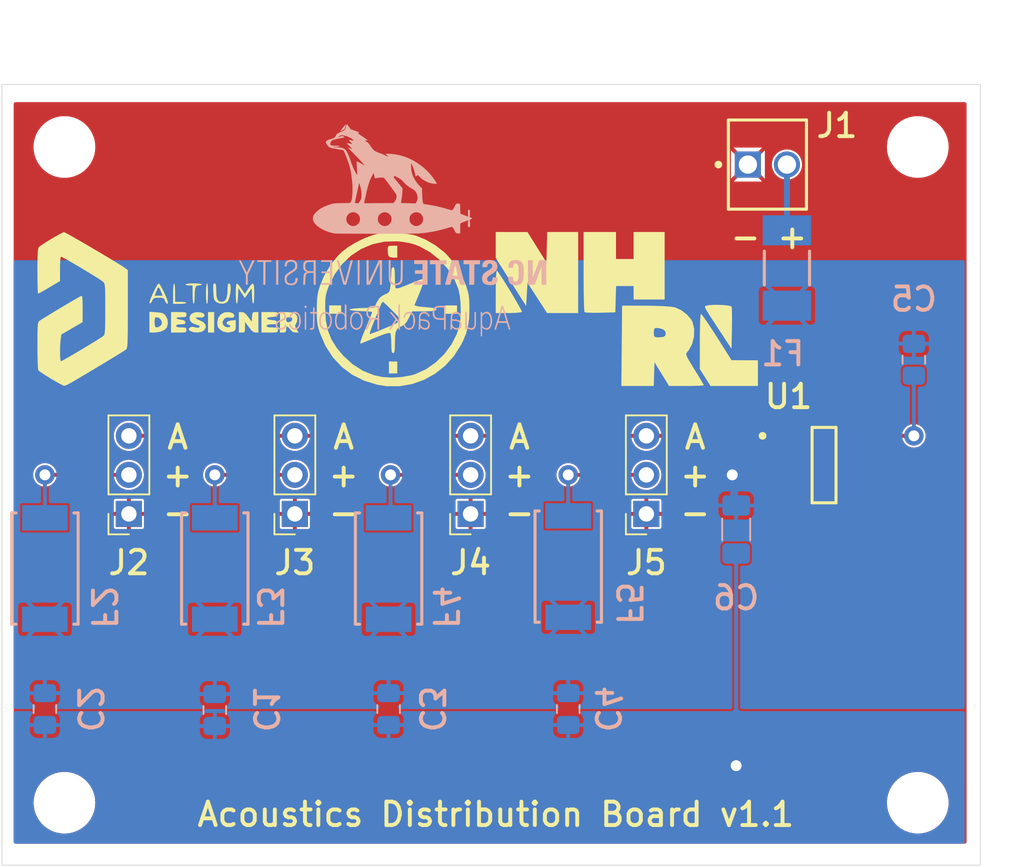
<source format=kicad_pcb>
(kicad_pcb (version 20221018) (generator pcbnew)
  (layers (0 "F.Cu" signal) (31 "B.Cu" signal) (34 "B.Paste" user) (35 "F.Paste" user) (36 "B.SilkS" user "B.Silkscreen") (37 "F.SilkS" user "F.Silkscreen") (38 "B.Mask" user) (39 "F.Mask" user) (44 "Edge.Cuts" user))
  (property "SHEETTOTAL" "1")
  (net 0 "")
  (net 1 "GND")
  (net 2 "/VCC")
  (net 3 "/NR")
  (net 4 "Net-(F1-Pad1)")
  (net 5 "Net-(J2-Pin_2)")
  (net 6 "Net-(J3-Pin_2)")
  (net 7 "Net-(J4-Pin_2)")
  (net 8 "Net-(J5-Pin_2)")
  (net 9 "/AGND")
  (footprint "Connector_PinSocket_2.54mm:PinSocket_1x03_P2.54mm_Vertical" (layer "F.Cu") (at 124.9426 107.5436 180)
    (fp_text reference "J2" (at 0 -3.175 180) (layer "F.SilkS") (effects (font (size 1.524 1.524) (thickness 0.254) bold)))
    (fp_text value "Conn_01x03" hide)
    (pad "1" thru_hole rect (at 0 0 180) (size 1.7 1.7) (drill 1) (layers "*.Cu" "*.Mask") (net 1 "GND"))
    (pad "2" thru_hole oval (at 0 2.54 180) (size 1.7 1.7) (drill 1) (layers "*.Cu" "*.Mask") (net 5 "Net-(J2-Pin_2)"))
    (pad "3" thru_hole oval (at 0 5.08 180) (size 1.7 1.7) (drill 1) (layers "*.Cu" "*.Mask") (net 9 "/AGND"))
  )
  (footprint "AltiumImport:MOLX-22-27-2021_V" (layer "F.Cu") (at 166.4716 84.8106)
    (fp_text reference "J1" (at 3.04833 -1.65125 unlocked) (layer "F.SilkS") (effects (font (size 1.524 1.524) (thickness 0.254)) (justify left bottom)))
    (fp_text value "22-27-2021" hide)
    (pad "1" thru_hole rect (at -1.27 0 180) (size 1.7 1.7) (drill 1.19) (layers "*.Cu" "*.Mask") (net 1 "GND"))
    (pad "2" thru_hole circle (at 1.27 0 180) (size 1.7 1.7) (drill 1.19) (layers "*.Cu" "*.Mask") (net 4 "Net-(F1-Pad1)"))
  )
  (footprint "Connector_PinSocket_2.54mm:PinSocket_1x03_P2.54mm_Vertical" (layer "F.Cu") (at 135.7376 107.5436 180)
    (fp_text reference "J3" (at 0 -3.175 180) (layer "F.SilkS") (effects (font (size 1.524 1.524) (thickness 0.254) bold)))
    (fp_text value "Conn_01x03" hide)
    (pad "1" thru_hole rect (at 0 0 180) (size 1.7 1.7) (drill 1) (layers "*.Cu" "*.Mask") (net 1 "GND"))
    (pad "2" thru_hole oval (at 0 2.54 180) (size 1.7 1.7) (drill 1) (layers "*.Cu" "*.Mask") (net 6 "Net-(J3-Pin_2)"))
    (pad "3" thru_hole oval (at 0 5.08 180) (size 1.7 1.7) (drill 1) (layers "*.Cu" "*.Mask") (net 9 "/AGND"))
  )
  (footprint "LOGO" (layer "F.Cu") (at 142.0876 94.2086)
    (fp_text reference "G***" hide)
    (fp_text value "LOGO" hide)
  )
  (footprint "MountingHole:MountingHole_3.5mm" (layer "F.Cu") (at 176.2506 83.6676)
    (fp_text reference "" hide)
    (fp_text value "MountingHole_3.5mm" hide)
    (pad "" np_thru_hole circle (at 0 0) (size 3.5 3.5) (drill 3.5) (layers "*.Cu" "*.Mask"))
  )
  (footprint "MountingHole:MountingHole_3.5mm" (layer "F.Cu") (at 176.2506 126.3396)
    (fp_text reference "" hide)
    (fp_text value "MountingHole_3.5mm" hide)
    (pad "" np_thru_hole circle (at 0 0) (size 3.5 3.5) (drill 3.5) (layers "*.Cu" "*.Mask"))
  )
  (footprint "MountingHole:MountingHole_3.5mm" (layer "F.Cu") (at 120.7516 83.6676)
    (fp_text reference "" hide)
    (fp_text value "MountingHole_3.5mm" hide)
    (pad "" np_thru_hole circle (at 0 0) (size 3.5 3.5) (drill 3.5) (layers "*.Cu" "*.Mask"))
  )
  (footprint "LOGO" (layer "F.Cu") (at 127.4826 94.2086)
    (fp_text reference "G***" hide)
    (fp_text value "LOGO" hide)
  )
  (footprint "Connector_PinSocket_2.54mm:PinSocket_1x03_P2.54mm_Vertical" (layer "F.Cu") (at 158.5976 107.5436 180)
    (fp_text reference "J5" (at 0 -3.175 180) (layer "F.SilkS") (effects (font (size 1.524 1.524) (thickness 0.254) bold)))
    (fp_text value "Conn_01x03" hide)
    (pad "1" thru_hole rect (at 0 0 180) (size 1.7 1.7) (drill 1) (layers "*.Cu" "*.Mask") (net 1 "GND"))
    (pad "2" thru_hole oval (at 0 2.54 180) (size 1.7 1.7) (drill 1) (layers "*.Cu" "*.Mask") (net 8 "Net-(J5-Pin_2)"))
    (pad "3" thru_hole oval (at 0 5.08 180) (size 1.7 1.7) (drill 1) (layers "*.Cu" "*.Mask") (net 9 "/AGND"))
  )
  (footprint "Connector_PinSocket_2.54mm:PinSocket_1x03_P2.54mm_Vertical" (layer "F.Cu") (at 147.1676 107.5436 180)
    (fp_text reference "J4" (at 0 -3.175 180) (layer "F.SilkS") (effects (font (size 1.524 1.524) (thickness 0.254) bold)))
    (fp_text value "Conn_01x03" hide)
    (pad "1" thru_hole rect (at 0 0 180) (size 1.7 1.7) (drill 1) (layers "*.Cu" "*.Mask") (net 1 "GND"))
    (pad "2" thru_hole oval (at 0 2.54 180) (size 1.7 1.7) (drill 1) (layers "*.Cu" "*.Mask") (net 7 "Net-(J4-Pin_2)"))
    (pad "3" thru_hole oval (at 0 5.08 180) (size 1.7 1.7) (drill 1) (layers "*.Cu" "*.Mask") (net 9 "/AGND"))
  )
  (footprint "MountingHole:MountingHole_3.5mm" (layer "F.Cu") (at 120.7516 126.3396)
    (fp_text reference "" hide)
    (fp_text value "MountingHole_3.5mm" hide)
    (pad "" np_thru_hole circle (at 0 0) (size 3.5 3.5) (drill 3.5) (layers "*.Cu" "*.Mask"))
  )
  (footprint "LOGO" (layer "F.Cu") (at 157.3276 94.2086)
    (fp_text reference "G***" hide)
    (fp_text value "LOGO" hide)
  )
  (footprint "AltiumImport:FP-D0008A-IPC_B" (layer "F.Cu") (at 170.1546 104.3686)
    (fp_text reference "U1" (at -4.0005 -3.5687 unlocked) (layer "F.SilkS") (effects (font (size 1.524 1.524) (thickness 0.254)) (justify left bottom)))
    (fp_text value "TLE2426CDR" hide)
    (pad "1" smd rect (at -2.3636 -1.905) (size 2.16916 0.58213) (layers "F.Cu" "F.Paste" "F.Mask") (net 9 "/AGND"))
    (pad "2" smd roundrect (at -2.3636 -0.635) (size 2.16916 0.58213) (layers "F.Cu" "F.Paste" "F.Mask") (roundrect_rratio 0.5) (net 1 "GND"))
    (pad "3" smd roundrect (at -2.3636 0.635) (size 2.16916 0.58213) (layers "F.Cu" "F.Paste" "F.Mask") (roundrect_rratio 0.5) (net 2 "/VCC"))
    (pad "4" smd roundrect (at -2.3636 1.905) (size 2.16916 0.58213) (layers "F.Cu" "F.Paste" "F.Mask") (roundrect_rratio 0.5))
    (pad "5" smd roundrect (at 2.3636 1.905) (size 2.16916 0.58213) (layers "F.Cu" "F.Paste" "F.Mask") (roundrect_rratio 0.5))
    (pad "6" smd roundrect (at 2.3636 0.635) (size 2.16916 0.58213) (layers "F.Cu" "F.Paste" "F.Mask") (roundrect_rratio 0.5))
    (pad "7" smd roundrect (at 2.3636 -0.635) (size 2.16916 0.58213) (layers "F.Cu" "F.Paste" "F.Mask") (roundrect_rratio 0.5))
    (pad "8" smd roundrect (at 2.3636 -1.905) (size 2.16916 0.58213) (layers "F.Cu" "F.Paste" "F.Mask") (roundrect_rratio 0.5) (net 3 "/NR"))
  )
  (footprint "AltiumImport:LFUS-459_V" (layer "B.Cu") (at 141.8336 111.0996 90)
    (fp_text reference "F4" (at -4.064 2.794 270 unlocked) (layer "B.SilkS") (effects (font (size 1.524 1.524) (thickness 0.254)) (justify left bottom mirror)))
    (fp_text value "0.25A" hide)
    (pad "1" smd rect (at -3.3 0 270) (size 1.65 2.97) (layers "B.Cu" "B.Paste" "B.Mask") (net 2 "/VCC"))
    (pad "2" smd rect (at 3.3 0 270) (size 1.65 2.97) (layers "B.Cu" "B.Paste" "B.Mask") (net 7 "Net-(J4-Pin_2)"))
  )
  (footprint "Capacitor_SMD:C_0805_2012Metric_Pad1.18x1.45mm_HandSolder" (layer "B.Cu") (at 141.8336 120.2436 90)
    (fp_text reference "C3" (at 0 2.794 270 unlocked) (layer "B.SilkS") (effects (font (size 1.524 1.524) (thickness 0.254) bold) (justify mirror)))
    (fp_text value "1uF")
    (pad "1" smd roundrect (at -1.0375 0 90) (size 1.175 1.45) (layers "B.Cu" "B.Paste" "B.Mask") (roundrect_rratio 0.212766) (net 1 "GND"))
    (pad "2" smd roundrect (at 1.0375 0 90) (size 1.175 1.45) (layers "B.Cu" "B.Paste" "B.Mask") (roundrect_rratio 0.212766) (net 2 "/VCC"))
  )
  (footprint "Capacitor_SMD:C_1206_3216Metric_Pad1.33x1.80mm_HandSolder" (layer "B.Cu") (at 164.4396 108.5596 -90)
    (fp_text reference "C6" (at 4.445 0) (layer "B.SilkS") (effects (font (size 1.524 1.524) (thickness 0.254) bold) (justify mirror)))
    (fp_text value "1uF")
    (pad "1" smd roundrect (at -1.5625 0 270) (size 1.325 1.8) (layers "B.Cu" "B.Paste" "B.Mask") (roundrect_rratio 0.188679) (net 2 "/VCC"))
    (pad "2" smd roundrect (at 1.5625 0 270) (size 1.325 1.8) (layers "B.Cu" "B.Paste" "B.Mask") (roundrect_rratio 0.188679) (net 1 "GND"))
  )
  (footprint "Capacitor_SMD:C_0805_2012Metric_Pad1.18x1.45mm_HandSolder" (layer "B.Cu") (at 175.9966 97.5106 90)
    (fp_text reference "C5" (at 3.937 0) (layer "B.SilkS") (effects (font (size 1.524 1.524) (thickness 0.254) bold) (justify mirror)))
    (fp_text value "100nF")
    (pad "1" smd roundrect (at -1.0375 0 90) (size 1.175 1.45) (layers "B.Cu" "B.Paste" "B.Mask") (roundrect_rratio 0.212766) (net 3 "/NR"))
    (pad "2" smd roundrect (at 1.0375 0 90) (size 1.175 1.45) (layers "B.Cu" "B.Paste" "B.Mask") (roundrect_rratio 0.212766) (net 2 "/VCC"))
  )
  (footprint "AltiumImport:FP-0452-MFG" (layer "B.Cu") (at 167.7416 91.5416 -90)
    (fp_text reference "F1" (at 6.477 -1.27 unlocked) (layer "B.SilkS") (effects (font (size 1.524 1.524) (thickness 0.254)) (justify left bottom mirror)))
    (fp_text value "1.5A" hide)
    (pad "1" smd rect (at -2.4511 0 90) (size 1.9558 3.1496) (layers "B.Cu" "B.Paste" "B.Mask") (net 4 "Net-(F1-Pad1)"))
    (pad "2" smd rect (at 2.4511 0 90) (size 1.9558 3.1496) (layers "B.Cu" "B.Paste" "B.Mask") (net 2 "/VCC"))
  )
  (footprint "Capacitor_SMD:C_0805_2012Metric_Pad1.18x1.45mm_HandSolder" (layer "B.Cu") (at 130.5306 120.30723 90)
    (fp_text reference "C1" (at 0.06363 3.302 270 unlocked) (layer "B.SilkS") (effects (font (size 1.524 1.524) (thickness 0.254) bold) (justify mirror)))
    (fp_text value "1uF")
    (pad "1" smd roundrect (at -1.0375 0 90) (size 1.175 1.45) (layers "B.Cu" "B.Paste" "B.Mask") (roundrect_rratio 0.212766) (net 1 "GND"))
    (pad "2" smd roundrect (at 1.0375 0 90) (size 1.175 1.45) (layers "B.Cu" "B.Paste" "B.Mask") (roundrect_rratio 0.212766) (net 2 "/VCC"))
  )
  (footprint "Capacitor_SMD:C_0805_2012Metric_Pad1.18x1.45mm_HandSolder" (layer "B.Cu") (at 119.4816 120.2436 90)
    (fp_text reference "C2" (at 0 2.921 270 unlocked) (layer "B.SilkS") (effects (font (size 1.524 1.524) (thickness 0.254) bold) (justify mirror)))
    (fp_text value "1uF")
    (pad "1" smd roundrect (at -1.0375 0 90) (size 1.175 1.45) (layers "B.Cu" "B.Paste" "B.Mask") (roundrect_rratio 0.212766) (net 1 "GND"))
    (pad "2" smd roundrect (at 1.0375 0 90) (size 1.175 1.45) (layers "B.Cu" "B.Paste" "B.Mask") (roundrect_rratio 0.212766) (net 2 "/VCC"))
  )
  (footprint "Capacitor_SMD:C_0805_2012Metric_Pad1.18x1.45mm_HandSolder" (layer "B.Cu") (at 153.5176 120.2436 90)
    (fp_text reference "C4" (at 0 2.54 270 unlocked) (layer "B.SilkS") (effects (font (size 1.524 1.524) (thickness 0.254) bold) (justify mirror)))
    (fp_text value "1uF")
    (pad "1" smd roundrect (at -1.0375 0 90) (size 1.175 1.45) (layers "B.Cu" "B.Paste" "B.Mask") (roundrect_rratio 0.212766) (net 1 "GND"))
    (pad "2" smd roundrect (at 1.0375 0 90) (size 1.175 1.45) (layers "B.Cu" "B.Paste" "B.Mask") (roundrect_rratio 0.212766) (net 2 "/VCC"))
  )
  (footprint "AltiumImport:LFUS-459_V" (layer "B.Cu") (at 130.5306 111.0976 90)
    (fp_text reference "F3" (at -4.066 2.667 270 unlocked) (layer "B.SilkS") (effects (font (size 1.524 1.524) (thickness 0.254)) (justify left bottom mirror)))
    (fp_text value "0.25A" hide)
    (pad "1" smd rect (at -3.3 0 270) (size 1.65 2.97) (layers "B.Cu" "B.Paste" "B.Mask") (net 2 "/VCC"))
    (pad "2" smd rect (at 3.3 0 270) (size 1.65 2.97) (layers "B.Cu" "B.Paste" "B.Mask") (net 6 "Net-(J3-Pin_2)"))
  )
  (footprint "AltiumImport:LFUS-459_V" (layer "B.Cu") (at 153.5176 110.9726 90)
    (fp_text reference "F5" (at -3.937 3.048 270 unlocked) (layer "B.SilkS") (effects (font (size 1.524 1.524) (thickness 0.254)) (justify left bottom mirror)))
    (fp_text value "0.25A" hide)
    (pad "1" smd rect (at -3.3 0 270) (size 1.65 2.97) (layers "B.Cu" "B.Paste" "B.Mask") (net 2 "/VCC"))
    (pad "2" smd rect (at 3.3 0 270) (size 1.65 2.97) (layers "B.Cu" "B.Paste" "B.Mask") (net 8 "Net-(J5-Pin_2)"))
  )
  (footprint "AltiumImport:LFUS-459_V" (layer "B.Cu") (at 119.4816 111.0996 90)
    (fp_text reference "F2" (at -4.064 2.921 270 unlocked) (layer "B.SilkS") (effects (font (size 1.524 1.524) (thickness 0.254)) (justify left bottom mirror)))
    (fp_text value "0.25A" hide)
    (pad "1" smd rect (at -3.3 0 270) (size 1.65 2.97) (layers "B.Cu" "B.Paste" "B.Mask") (net 2 "/VCC"))
    (pad "2" smd rect (at 3.3 0 270) (size 1.65 2.97) (layers "B.Cu" "B.Paste" "B.Mask") (net 5 "Net-(J2-Pin_2)"))
  )
  (footprint "LOGO" (layer "B.Cu") (at 142.0876 89.1286 180)
    (fp_text reference "G***" hide)
    (fp_text value "LOGO" hide)
  )
  (gr_line (start 180.3146 130.4036) (end 180.3146 79.6036) (stroke (width 0.05)) (layer "Edge.Cuts"))
  (gr_line (start 180.3146 79.6036) (end 116.6876 79.6036) (stroke (width 0.05)) (layer "Edge.Cuts"))
  (gr_line (start 116.6876 79.6036) (end 116.6876 130.4036) (stroke (width 0.05)) (layer "Edge.Cuts"))
  (gr_line (start 116.6876 130.4036) (end 180.3146 130.4036) (stroke (width 0.05)) (layer "Edge.Cuts"))
  (gr_text "A\n+\n-" (at 161.7726 105.0036) (layer "F.SilkS") (effects (font (size 1.524 1.524) (thickness 0.254) bold)))
  (gr_text "A\n+\n-" (at 138.9126 105.0036) (layer "F.SilkS") (effects (font (size 1.524 1.524) (thickness 0.254) bold)))
  (gr_text "A\n+\n-" (at 150.3426 105.0036) (layer "F.SilkS") (effects (font (size 1.524 1.524) (thickness 0.254) bold)))
  (gr_text "A\n+\n-" (at 128.1176 105.0036) (layer "F.SilkS") (effects (font (size 1.524 1.524) (thickness 0.254) bold)))
  (gr_text "Acoustics Distribution Board v1.1" (at 129.2606 127.9906) (layer "F.SilkS") (effects (font (size 1.524 1.524) (thickness 0.254) bold) (justify left bottom)))
  (gr_text "- +" (at 163.9316 90.3986) (layer "F.SilkS") (effects (font (size 1.524 1.524) (thickness 0.254) bold) (justify left bottom)))
  (segment (start 167.791 103.7336) (end 165.4556 103.7336) (width 0.2) (layer "F.Cu") (net 1))
  (via (at 164.4396 123.9266) (size 1.27) (drill 0.7112) (layers "F.Cu" "B.Cu") (net 1))
  (segment (start 153.5176 121.06896) (end 153.58124 121.1326) (width 0.254) (layer "B.Cu") (net 1))
  (segment (start 119.4816 121.06896) (end 119.54524 121.1326) (width 0.254) (layer "B.Cu") (net 1))
  (segment (start 130.5306 121.1326) (end 130.59424 121.06896) (width 0.254) (layer "B.Cu") (net 1))
  (segment (start 164.4396 123.9266) (end 164.4396 109.8596) (width 0.254) (layer "B.Cu") (net 1))
  (segment (start 164.1856 105.0036) (end 167.791 105.0036) (width 0.254) (layer "F.Cu") (net 2))
  (via (at 164.1856 105.0036) (size 1.27) (drill 0.7112) (layers "F.Cu" "B.Cu") (net 2))
  (segment (start 164.1856 107.1746) (end 164.1856 105.0036) (width 0.254) (layer "B.Cu") (net 2))
  (segment (start 175.84536 96.78436) (end 175.9966 96.78436) (width 0.254) (layer "B.Cu") (net 2))
  (segment (start 164.1856 107.1746) (end 164.4396 107.4286) (width 0.254) (layer "B.Cu") (net 2))
  (segment (start 172.5182 102.4636) (end 175.9966 102.4636) (width 0.254) (layer "F.Cu") (net 3))
  (via (at 175.9966 102.4636) (size 1.27) (drill 0.7112) (layers "F.Cu" "B.Cu") (net 3))
  (segment (start 175.9966 102.4636) (end 175.9966 98.23684) (width 0.254) (layer "B.Cu") (net 3))
  (segment (start 167.7416 89.0905) (end 167.7416 84.8106) (width 0.381) (layer "B.Cu") (net 4))
  (segment (start 119.4816 105.0036) (end 124.9426 105.0036) (width 0.254) (layer "F.Cu") (net 5))
  (via (at 119.4816 105.0036) (size 1.27) (drill 0.7112) (layers "F.Cu" "B.Cu") (net 5))
  (segment (start 119.4816 107.7996) (end 119.4816 105.0036) (width 0.254) (layer "B.Cu") (net 5))
  (segment (start 130.5306 105.0036) (end 135.7376 105.0036) (width 0.254) (layer "F.Cu") (net 6))
  (via (at 130.5306 105.0036) (size 1.27) (drill 0.7112) (layers "F.Cu" "B.Cu") (net 6))
  (segment (start 130.5306 107.7976) (end 130.5306 105.0036) (width 0.254) (layer "B.Cu") (net 6))
  (segment (start 141.9606 105.0036) (end 147.1676 105.0036) (width 0.254) (layer "F.Cu") (net 7))
  (via (at 141.9606 105.0036) (size 1.27) (drill 0.7112) (layers "F.Cu" "B.Cu") (net 7))
  (segment (start 141.8336 107.7996) (end 141.9606 107.6726) (width 0.254) (layer "B.Cu") (net 7))
  (segment (start 141.9606 107.6726) (end 141.9606 105.0036) (width 0.254) (layer "B.Cu") (net 7))
  (segment (start 153.5176 105.0036) (end 158.5976 105.0036) (width 0.254) (layer "F.Cu") (net 8))
  (via (at 153.5176 105.0036) (size 1.27) (drill 0.7112) (layers "F.Cu" "B.Cu") (net 8))
  (segment (start 153.5176 107.6726) (end 153.5176 105.0036) (width 0.254) (layer "B.Cu") (net 8))
  (segment (start 124.9426 102.4636) (end 167.791 102.4636) (width 0.254) (layer "F.Cu") (net 9))
  (zone (net 1) (net_name "GND") (layer "F.Cu") (priority 4) (connect_pads (clearance 0.127)) (min_thickness 0.25) (fill yes (thermal_gap 0.254) (thermal_bridge_width 0.254))
    (polygon (pts (xy 179.4256 129.0066) (xy 117.4496 129.0066) (xy 117.4496 80.7466) (xy 179.4256 80.7466)))
  )
  (zone (net 2) (net_name "/VCC") (layer "B.Cu") (priority 1) (connect_pads (clearance 0.127)) (min_thickness 0.25) (fill yes (thermal_gap 0.254) (thermal_bridge_width 0.254))
    (polygon (pts (xy 179.2986 91.0336) (xy 117.4496 91.0336) (xy 117.4496 120.2436) (xy 179.2986 120.2436)))
  )
  (zone (net 1) (net_name "GND") (layer "B.Cu") (connect_pads (clearance 0.127)) (min_thickness 0.25) (fill yes (thermal_gap 0.254) (thermal_bridge_width 0.254))
    (polygon (pts (xy 179.2986 120.2436) (xy 117.4496 120.2436) (xy 117.4496 129.0066) (xy 179.2986 129.0066)))
  )
)
</source>
